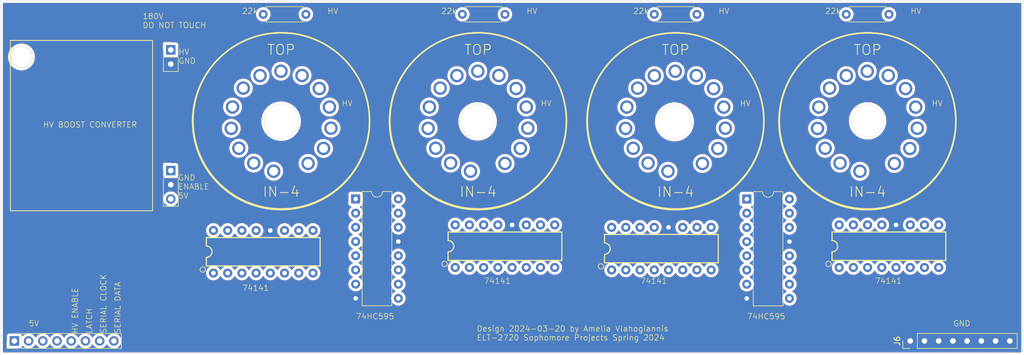
<source format=kicad_pcb>
(kicad_pcb (version 20221018) (generator pcbnew)
  (layers (0 "F.Cu" signal) (31 "B.Cu" signal) (34 "B.Paste" user) (35 "F.Paste" user) (36 "B.SilkS" user "B.Silkscreen") (37 "F.SilkS" user "F.Silkscreen") (38 "B.Mask" user) (39 "F.Mask" user) (44 "Edge.Cuts" user))
  (net 0 "")
  (net 1 "HV")
  (net 2 "GND")
  (net 3 "HV_ENABLE_B2")
  (net 4 "5V_B2")
  (net 5 "LATCH_B2")
  (net 6 "SERCLK_B2")
  (net 7 "DATA_B2")
  (net 8 "Net-(M1-0)")
  (net 9 "Net-(M1-1)")
  (net 10 "Net-(M1-5)")
  (net 11 "Net-(M1-4)")
  (net 12 "Net-(M1-6)")
  (net 13 "Net-(M1-7)")
  (net 14 "Net-(M1-3)")
  (net 15 "Net-(M1-2)")
  (net 16 "Net-(M1-C)")
  (net 17 "Net-(M1-B)")
  (net 18 "Net-(M1-D)")
  (net 19 "Net-(M1-A)")
  (net 20 "Net-(M1-9)")
  (net 21 "Net-(M1-8)")
  (net 22 "Net-(M2-0)")
  (net 23 "Net-(M2-1)")
  (net 24 "Net-(M2-5)")
  (net 25 "Net-(M2-4)")
  (net 26 "Net-(M2-6)")
  (net 27 "Net-(M2-7)")
  (net 28 "Net-(M2-3)")
  (net 29 "Net-(M2-2)")
  (net 30 "Net-(M2-C)")
  (net 31 "Net-(M2-B)")
  (net 32 "Net-(M2-D)")
  (net 33 "Net-(M2-A)")
  (net 34 "Net-(M2-9)")
  (net 35 "Net-(M2-8)")
  (net 36 "Net-(M3-0)")
  (net 37 "Net-(M3-1)")
  (net 38 "Net-(M3-5)")
  (net 39 "Net-(M3-4)")
  (net 40 "Net-(M3-6)")
  (net 41 "Net-(M3-7)")
  (net 42 "Net-(M3-3)")
  (net 43 "Net-(M3-2)")
  (net 44 "Net-(M3-C)")
  (net 45 "Net-(M3-B)")
  (net 46 "Net-(M3-D)")
  (net 47 "Net-(M3-A)")
  (net 48 "Net-(M3-9)")
  (net 49 "Net-(M3-8)")
  (net 50 "Net-(M4-0)")
  (net 51 "Net-(M4-1)")
  (net 52 "Net-(M4-5)")
  (net 53 "Net-(M4-4)")
  (net 54 "Net-(M4-6)")
  (net 55 "Net-(M4-7)")
  (net 56 "Net-(M4-3)")
  (net 57 "Net-(M4-2)")
  (net 58 "Net-(M4-C)")
  (net 59 "Net-(M4-B)")
  (net 60 "Net-(M4-D)")
  (net 61 "Net-(M4-A)")
  (net 62 "Net-(M4-9)")
  (net 63 "Net-(M4-8)")
  (net 64 "Net-(N1-A)")
  (net 65 "Net-(N2-A)")
  (net 66 "Net-(N3-A)")
  (net 67 "Net-(N4-A)")
  (net 68 "Net-(U1-QH')")
  (footprint "Connector_PinHeader_2.54mm:PinHeader_1x08_P2.54mm_Vertical" (layer "F.Cu") (at 49.53 107.95 90)
    (fp_text reference "J4" hide)
    (fp_text value "Conn_01x08" hide)
    (fp_line (start -1.33 -1.33) (end 0 -1.33) (stroke (width 0.12)) (layer "F.SilkS"))
    (fp_line (start -1.33 0) (end -1.33 -1.33) (stroke (width 0.12)) (layer "F.SilkS"))
    (fp_line (start -1.33 1.27) (end -1.33 19.11) (stroke (width 0.12)) (layer "F.SilkS"))
    (fp_line (start -1.33 1.27) (end 1.33 1.27) (stroke (width 0.12)) (layer "F.SilkS"))
    (fp_line (start -1.33 19.11) (end 1.33 19.11) (stroke (width 0.12)) (layer "F.SilkS"))
    (fp_line (start 1.33 1.27) (end 1.33 19.11) (stroke (width 0.12)) (layer "F.SilkS"))
    (pad "1" thru_hole rect (at 0 0 90) (size 1.7 1.7) (drill 1) (layers "*.Cu" "*.Mask") (net 4 "5V_B2"))
    (pad "2" thru_hole oval (at 0 2.54 90) (size 1.7 1.7) (drill 1) (layers "*.Cu" "*.Mask") (net 4 "5V_B2"))
    (pad "3" thru_hole oval (at 0 5.08 90) (size 1.7 1.7) (drill 1) (layers "*.Cu" "*.Mask") (net 4 "5V_B2"))
    (pad "4" thru_hole oval (at 0 7.62 90) (size 1.7 1.7) (drill 1) (layers "*.Cu" "*.Mask") (net 4 "5V_B2"))
    (pad "5" thru_hole oval (at 0 10.16 90) (size 1.7 1.7) (drill 1) (layers "*.Cu" "*.Mask") (net 3 "HV_ENABLE_B2"))
    (pad "6" thru_hole oval (at 0 12.7 90) (size 1.7 1.7) (drill 1) (layers "*.Cu" "*.Mask") (net 5 "LATCH_B2"))
    (pad "7" thru_hole oval (at 0 15.24 90) (size 1.7 1.7) (drill 1) (layers "*.Cu" "*.Mask") (net 6 "SERCLK_B2"))
    (pad "8" thru_hole oval (at 0 17.78 90) (size 1.7 1.7) (drill 1) (layers "*.Cu" "*.Mask") (net 7 "DATA_B2"))
  )
  (footprint "nixies-us:nixies-us-IN-4-DSUB" (layer "F.Cu") (at 97.2055 68.5698)
    (fp_text reference "N1" hide)
    (fp_text value "IN-4" (at 0 12.7) (layer "F.SilkS") (effects (font (size 1.778 1.778) (thickness 0.1524))))
    (fp_text user "TOP" (at 0 -12.7) (layer "F.SilkS") (effects (font (size 1.778 1.778) (thickness 0.1524))))
    (fp_circle (center -0.03302 0.08636) (end -0.03302 -15.73022) (stroke (width 0.254)) (fill none) (layer "F.SilkS"))
    (fp_circle (center 0 0) (end 0 -15.75308) (stroke (width 0.254)) (fill none) (layer "F.SilkS"))
    (pad "" np_thru_hole circle (at -0.03302 0.08636) (size 4.99872 4.99872) (drill 4.99872) (layers "*.Cu" "*.Mask"))
    (pad "0" thru_hole circle (at -3.79222 -8.08228) (size 2.39776 2.39776) (drill 1.59766) (layers "*.Cu" "*.Mask") (net 8 "Net-(M1-0)"))
    (pad "1" thru_hole circle (at -1.36144 9.02462) (size 2.39776 2.39776) (drill 1.59766) (layers "*.Cu" "*.Mask") (net 9 "Net-(M1-1)"))
    (pad "2" thru_hole circle (at -6.7818 -5.84708) (size 2.39776 2.39776) (drill 1.59766) (layers "*.Cu" "*.Mask") (net 15 "Net-(M1-2)"))
    (pad "3" thru_hole circle (at -8.93572 1.35128) (size 2.39776 2.39776) (drill 1.59766) (layers "*.Cu" "*.Mask") (net 14 "Net-(M1-3)"))
    (pad "4" thru_hole circle (at 4.79298 7.63016) (size 2.39776 2.39776) (drill 1.59766) (layers "*.Cu" "*.Mask") (net 11 "Net-(M1-4)"))
    (pad "5" thru_hole circle (at -7.57682 4.91236) (size 2.39776 2.39776) (drill 1.59766) (layers "*.Cu" "*.Mask") (net 10 "Net-(M1-5)"))
    (pad "6" thru_hole circle (at 7.54634 4.94284) (size 2.39776 2.39776) (drill 1.59766) (layers "*.Cu" "*.Mask") (net 12 "Net-(M1-6)"))
    (pad "7" thru_hole circle (at 3.70586 -8.10006) (size 2.39776 2.39776) (drill 1.59766) (layers "*.Cu" "*.Mask") (net 13 "Net-(M1-7)"))
    (pad "8" thru_hole circle (at 8.8773 1.3208) (size 2.39776 2.39776) (drill 1.59766) (layers "*.Cu" "*.Mask") (net 21 "Net-(M1-8)"))
    (pad "9" thru_hole circle (at 6.78688 -5.77596) (size 2.39776 2.39776) (drill 1.59766) (layers "*.Cu" "*.Mask") (net 20 "Net-(M1-9)"))
    (pad "A1" thru_hole circle (at -4.91744 7.5692) (size 2.39776 2.39776) (drill 1.59766) (layers "*.Cu" "*.Mask"))
    (pad "A2" thru_hole circle (at -8.70712 -2.46634) (size 2.39776 2.39776) (drill 1.59766) (layers "*.Cu" "*.Mask"))
    (pad "A3" thru_hole circle (at 8.60044 -2.45364) (size 2.39776 2.39776) (drill 1.59766) (layers "*.Cu" "*.Mask") (net 64 "Net-(N1-A)"))
    (pad "N/C" thru_hole circle (at -0.06096 -8.86714) (size 2.39776 2.39776) (drill 1.59766) (layers "*.Cu" "*.Mask"))
  )
  (footprint "Package_DIP:DIP-16_W7.62mm" (layer "F.Cu") (at 110.49 82.55)
    (fp_text reference "U1" hide)
    (fp_text value "74HC595")
    (fp_line (start 1.16 -1.33) (end 1.16 19.11) (stroke (width 0.12)) (layer "F.SilkS"))
    (fp_line (start 1.16 19.11) (end 6.46 19.11) (stroke (width 0.12)) (layer "F.SilkS"))
    (fp_line (start 2.81 -1.33) (end 1.16 -1.33) (stroke (width 0.12)) (layer "F.SilkS"))
    (fp_line (start 6.46 -1.33) (end 4.81 -1.33) (stroke (width 0.12)) (layer "F.SilkS"))
    (fp_line (start 6.46 19.11) (end 6.46 -1.33) (stroke (width 0.12)) (layer "F.SilkS"))
    (fp_arc (start 4.81 -1.33) (mid 3.81 -0.33) (end 2.81 -1.33) (stroke (width 0.12)) (layer "F.SilkS"))
    (pad "1" thru_hole rect (at 0 0) (size 1.6 1.6) (drill 0.8) (layers "*.Cu" "*.Mask") (net 16 "Net-(M1-C)"))
    (pad "2" thru_hole oval (at 0 2.54) (size 1.6 1.6) (drill 0.8) (layers "*.Cu" "*.Mask") (net 17 "Net-(M1-B)"))
    (pad "3" thru_hole oval (at 0 5.08) (size 1.6 1.6) (drill 0.8) (layers "*.Cu" "*.Mask") (net 19 "Net-(M1-A)"))
    (pad "4" thru_hole oval (at 0 7.62) (size 1.6 1.6) (drill 0.8) (layers "*.Cu" "*.Mask") (net 32 "Net-(M2-D)"))
    (pad "5" thru_hole oval (at 0 10.16) (size 1.6 1.6) (drill 0.8) (layers "*.Cu" "*.Mask") (net 30 "Net-(M2-C)"))
    (pad "6" thru_hole oval (at 0 12.7) (size 1.6 1.6) (drill 0.8) (layers "*.Cu" "*.Mask") (net 31 "Net-(M2-B)"))
    (pad "7" thru_hole oval (at 0 15.24) (size 1.6 1.6) (drill 0.8) (layers "*.Cu" "*.Mask") (net 33 "Net-(M2-A)"))
    (pad "8" thru_hole oval (at 0 17.78) (size 1.6 1.6) (drill 0.8) (layers "*.Cu" "*.Mask") (net 2 "GND"))
    (pad "9" thru_hole oval (at 7.62 17.78) (size 1.6 1.6) (drill 0.8) (layers "*.Cu" "*.Mask") (net 68 "Net-(U1-QH')"))
    (pad "10" thru_hole oval (at 7.62 15.24) (size 1.6 1.6) (drill 0.8) (layers "*.Cu" "*.Mask") (net 4 "5V_B2"))
    (pad "11" thru_hole oval (at 7.62 12.7) (size 1.6 1.6) (drill 0.8) (layers "*.Cu" "*.Mask") (net 6 "SERCLK_B2"))
    (pad "12" thru_hole oval (at 7.62 10.16) (size 1.6 1.6) (drill 0.8) (layers "*.Cu" "*.Mask") (net 5 "LATCH_B2"))
    (pad "13" thru_hole oval (at 7.62 7.62) (size 1.6 1.6) (drill 0.8) (layers "*.Cu" "*.Mask") (net 2 "GND"))
    (pad "14" thru_hole oval (at 7.62 5.08) (size 1.6 1.6) (drill 0.8) (layers "*.Cu" "*.Mask") (net 7 "DATA_B2"))
    (pad "15" thru_hole oval (at 7.62 2.54) (size 1.6 1.6) (drill 0.8) (layers "*.Cu" "*.Mask") (net 18 "Net-(M1-D)"))
    (pad "16" thru_hole oval (at 7.62 0) (size 1.6 1.6) (drill 0.8) (layers "*.Cu" "*.Mask") (net 4 "5V_B2"))
  )
  (footprint "Resistor_THT:R_Axial_DIN0207_L6.3mm_D2.5mm_P7.62mm_Horizontal" (layer "F.Cu") (at 93.98 49.53)
    (fp_text reference "R1" hide)
    (fp_text value "22k")
    (fp_line (start 0.54 -1.37) (end 7.08 -1.37) (stroke (width 0.12)) (layer "F.SilkS"))
    (fp_line (start 0.54 -1.04) (end 0.54 -1.37) (stroke (width 0.12)) (layer "F.SilkS"))
    (fp_line (start 0.54 1.04) (end 0.54 1.37) (stroke (width 0.12)) (layer "F.SilkS"))
    (fp_line (start 0.54 1.37) (end 7.08 1.37) (stroke (width 0.12)) (layer "F.SilkS"))
    (fp_line (start 7.08 -1.37) (end 7.08 -1.04) (stroke (width 0.12)) (layer "F.SilkS"))
    (fp_line (start 7.08 1.37) (end 7.08 1.04) (stroke (width 0.12)) (layer "F.SilkS"))
    (pad "1" thru_hole circle (at 0 0) (size 1.6 1.6) (drill 0.8) (layers "*.Cu" "*.Mask") (net 1 "HV"))
    (pad "2" thru_hole oval (at 7.62 0) (size 1.6 1.6) (drill 0.8) (layers "*.Cu" "*.Mask") (net 64 "Net-(N1-A)"))
  )
  (footprint "nixiemisc:nixiemisc-DIP16" (layer "F.Cu") (at 93.98 92)
    (fp_text reference "M1" hide)
    (fp_text value "74141DIP16" hide)
    (fp_line (start -10.16 -2.54) (end -10.16 -1.016) (stroke (width 0.2032)) (layer "F.SilkS"))
    (fp_line (start -10.16 2.54) (end -10.16 1.016) (stroke (width 0.2032)) (layer "F.SilkS"))
    (fp_line (start -10.16 2.54) (end 10.16 2.54) (stroke (width 0.2032)) (layer "F.SilkS"))
    (fp_line (start 10.16 -2.54) (end -10.16 -2.54) (stroke (width 0.2032)) (layer "F.SilkS"))
    (fp_line (start 10.16 -2.54) (end 10.16 2.54) (stroke (width 0.2032)) (layer "F.SilkS"))
    (fp_arc (start -10.16 -1.016) (mid -9.144 0) (end -10.16 1.016) (stroke (width 0.2032)) (layer "F.SilkS"))
    (fp_poly (pts (xy -11.26998 3.175) (xy -11.25728 3.06832) (xy -11.22172 2.96672) (xy -11.16584 2.87782) (xy -11.08964 2.80162) (xy -11.00074 2.74574) (xy -10.89914 2.71018) (xy -10.795 2.69748) (xy -10.68832 2.71018) (xy -10.58672 2.74574) (xy -10.49782 2.80162) (xy -10.42162 2.87782) (xy -10.36574 2.96672) (xy -10.33018 3.06832) (xy -10.31748 3.175) (xy -10.33018 3.27914) (xy -10.36574 3.38074) (xy -10.42162 3.46964) (xy -10.49782 3.54584) (xy -10.58672 3.60172) (xy -10.68832 3.63728) (xy -10.795 3.64998) (xy -10.89914 3.63728) (xy -11.00074 3.60172) (xy -11.08964 3.54584) (xy -11.16584 3.46964) (xy -11.22172 3.38074) (xy -11.25728 3.27914) (xy -11.26998 3.175)) (stroke (width 0.127)) (fill none) (layer "F.SilkS"))
    (pad "1" thru_hole circle (at -8.89 3.81) (size 1.6256 1.6256) (drill 0.8128) (layers "*.Cu" "*.Mask") (net 21 "Net-(M1-8)"))
    (pad "2" thru_hole circle (at -6.35 3.81) (size 1.6256 1.6256) (drill 0.8128) (layers "*.Cu" "*.Mask") (net 20 "Net-(M1-9)"))
    (pad "3" thru_hole circle (at -3.81 3.81) (size 1.6256 1.6256) (drill 0.8128) (layers "*.Cu" "*.Mask") (net 19 "Net-(M1-A)"))
    (pad "4" thru_hole circle (at -1.27 3.81) (size 1.6256 1.6256) (drill 0.8128) (layers "*.Cu" "*.Mask") (net 18 "Net-(M1-D)"))
    (pad "5" thru_hole circle (at 1.27 3.81) (size 1.6256 1.6256) (drill 0.8128) (layers "*.Cu" "*.Mask") (net 4 "5V_B2"))
    (pad "6" thru_hole circle (at 3.81 3.81) (size 1.6256 1.6256) (drill 0.8128) (layers "*.Cu" "*.Mask") (net 17 "Net-(M1-B)"))
    (pad "7" thru_hole circle (at 6.35 3.81) (size 1.6256 1.6256) (drill 0.8128) (layers "*.Cu" "*.Mask") (net 16 "Net-(M1-C)"))
    (pad "8" thru_hole circle (at 8.89 3.81) (size 1.6256 1.6256) (drill 0.8128) (layers "*.Cu" "*.Mask") (net 15 "Net-(M1-2)"))
    (pad "9" thru_hole circle (at 8.89 -3.81) (size 1.6256 1.6256) (drill 0.8128) (layers "*.Cu" "*.Mask") (net 14 "Net-(M1-3)"))
    (pad "10" thru_hole circle (at 6.35 -3.81) (size 1.6256 1.6256) (drill 0.8128) (layers "*.Cu" "*.Mask") (net 13 "Net-(M1-7)"))
    (pad "11" thru_hole circle (at 3.81 -3.81) (size 1.6256 1.6256) (drill 0.8128) (layers "*.Cu" "*.Mask") (net 12 "Net-(M1-6)"))
    (pad "12" thru_hole circle (at 1.27 -3.81) (size 1.6256 1.6256) (drill 0.8128) (layers "*.Cu" "*.Mask") (net 2 "GND"))
    (pad "13" thru_hole circle (at -1.27 -3.81) (size 1.6256 1.6256) (drill 0.8128) (layers "*.Cu" "*.Mask") (net 11 "Net-(M1-4)"))
    (pad "14" thru_hole circle (at -3.81 -3.81) (size 1.6256 1.6256) (drill 0.8128) (layers "*.Cu" "*.Mask") (net 10 "Net-(M1-5)"))
    (pad "15" thru_hole circle (at -6.35 -3.81) (size 1.6256 1.6256) (drill 0.8128) (layers "*.Cu" "*.Mask") (net 9 "Net-(M1-1)"))
    (pad "16" thru_hole circle (at -8.89 -3.81) (size 1.6256 1.6256) (drill 0.8128) (layers "*.Cu" "*.Mask") (net 8 "Net-(M1-0)"))
  )
  (footprint "nixiemisc:nixiemisc-DIP16" (layer "F.Cu") (at 165.1 91.44)
    (fp_text reference "M3" hide)
    (fp_text value "74141DIP16" hide)
    (fp_line (start -10.16 -2.54) (end -10.16 -1.016) (stroke (width 0.2032)) (layer "F.SilkS"))
    (fp_line (start -10.16 2.54) (end -10.16 1.016) (stroke (width 0.2032)) (layer "F.SilkS"))
    (fp_line (start -10.16 2.54) (end 10.16 2.54) (stroke (width 0.2032)) (layer "F.SilkS"))
    (fp_line (start 10.16 -2.54) (end -10.16 -2.54) (stroke (width 0.2032)) (layer "F.SilkS"))
    (fp_line (start 10.16 -2.54) (end 10.16 2.54) (stroke (width 0.2032)) (layer "F.SilkS"))
    (fp_arc (start -10.16 -1.016) (mid -9.144 0) (end -10.16 1.016) (stroke (width 0.2032)) (layer "F.SilkS"))
    (fp_poly (pts (xy -11.26998 3.175) (xy -11.25728 3.06832) (xy -11.22172 2.96672) (xy -11.16584 2.87782) (xy -11.08964 2.80162) (xy -11.00074 2.74574) (xy -10.89914 2.71018) (xy -10.795 2.69748) (xy -10.68832 2.71018) (xy -10.58672 2.74574) (xy -10.49782 2.80162) (xy -10.42162 2.87782) (xy -10.36574 2.96672) (xy -10.33018 3.06832) (xy -10.31748 3.175) (xy -10.33018 3.27914) (xy -10.36574 3.38074) (xy -10.42162 3.46964) (xy -10.49782 3.54584) (xy -10.58672 3.60172) (xy -10.68832 3.63728) (xy -10.795 3.64998) (xy -10.89914 3.63728) (xy -11.00074 3.60172) (xy -11.08964 3.54584) (xy -11.16584 3.46964) (xy -11.22172 3.38074) (xy -11.25728 3.27914) (xy -11.26998 3.175)) (stroke (width 0.127)) (fill none) (layer "F.SilkS"))
    (pad "1" thru_hole circle (at -8.89 3.81) (size 1.6256 1.6256) (drill 0.8128) (layers "*.Cu" "*.Mask") (net 49 "Net-(M3-8)"))
    (pad "2" thru_hole circle (at -6.35 3.81) (size 1.6256 1.6256) (drill 0.8128) (layers "*.Cu" "*.Mask") (net 48 "Net-(M3-9)"))
    (pad "3" thru_hole circle (at -3.81 3.81) (size 1.6256 1.6256) (drill 0.8128) (layers "*.Cu" "*.Mask") (net 47 "Net-(M3-A)"))
    (pad "4" thru_hole circle (at -1.27 3.81) (size 1.6256 1.6256) (drill 0.8128) (layers "*.Cu" "*.Mask") (net 46 "Net-(M3-D)"))
    (pad "5" thru_hole circle (at 1.27 3.81) (size 1.6256 1.6256) (drill 0.8128) (layers "*.Cu" "*.Mask") (net 4 "5V_B2"))
    (pad "6" thru_hole circle (at 3.81 3.81) (size 1.6256 1.6256) (drill 0.8128) (layers "*.Cu" "*.Mask") (net 45 "Net-(M3-B)"))
    (pad "7" thru_hole circle (at 6.35 3.81) (size 1.6256 1.6256) (drill 0.8128) (layers "*.Cu" "*.Mask") (net 44 "Net-(M3-C)"))
    (pad "8" thru_hole circle (at 8.89 3.81) (size 1.6256 1.6256) (drill 0.8128) (layers "*.Cu" "*.Mask") (net 43 "Net-(M3-2)"))
    (pad "9" thru_hole circle (at 8.89 -3.81) (size 1.6256 1.6256) (drill 0.8128) (layers "*.Cu" "*.Mask") (net 42 "Net-(M3-3)"))
    (pad "10" thru_hole circle (at 6.35 -3.81) (size 1.6256 1.6256) (drill 0.8128) (layers "*.Cu" "*.Mask") (net 41 "Net-(M3-7)"))
    (pad "11" thru_hole circle (at 3.81 -3.81) (size 1.6256 1.6256) (drill 0.8128) (layers "*.Cu" "*.Mask") (net 40 "Net-(M3-6)"))
    (pad "12" thru_hole circle (at 1.27 -3.81) (size 1.6256 1.6256) (drill 0.8128) (layers "*.Cu" "*.Mask") (net 2 "GND"))
    (pad "13" thru_hole circle (at -1.27 -3.81) (size 1.6256 1.6256) (drill 0.8128) (layers "*.Cu" "*.Mask") (net 39 "Net-(M3-4)"))
    (pad "14" thru_hole circle (at -3.81 -3.81) (size 1.6256 1.6256) (drill 0.8128) (layers "*.Cu" "*.Mask") (net 38 "Net-(M3-5)"))
    (pad "15" thru_hole circle (at -6.35 -3.81) (size 1.6256 1.6256) (drill 0.8128) (layers "*.Cu" "*.Mask") (net 37 "Net-(M3-1)"))
    (pad "16" thru_hole circle (at -8.89 -3.81) (size 1.6256 1.6256) (drill 0.8128) (layers "*.Cu" "*.Mask") (net 36 "Net-(M3-0)"))
  )
  (footprint "nixies-us:nixies-us-IN-4-DSUB" (layer "F.Cu") (at 201.93 68.58)
    (fp_text reference "N4" hide)
    (fp_text value "IN-4" (at 0 12.7) (layer "F.SilkS") (effects (font (size 1.778 1.778) (thickness 0.1524))))
    (fp_text user "TOP" (at 0 -12.7) (layer "F.SilkS") (effects (font (size 1.778 1.778) (thickness 0.1524))))
    (fp_circle (center -0.03302 0.08636) (end -0.03302 -15.73022) (stroke (width 0.254)) (fill none) (layer "F.SilkS"))
    (fp_circle (center 0 0) (end 0 -15.75308) (stroke (width 0.254)) (fill none) (layer "F.SilkS"))
    (pad "" np_thru_hole circle (at -0.03302 0.08636) (size 4.99872 4.99872) (drill 4.99872) (layers "*.Cu" "*.Mask"))
    (pad "0" thru_hole circle (at -3.79222 -8.08228) (size 2.39776 2.39776) (drill 1.59766) (layers "*.Cu" "*.Mask") (net 50 "Net-(M4-0)"))
    (pad "1" thru_hole circle (at -1.36144 9.02462) (size 2.39776 2.39776) (drill 1.59766) (layers "*.Cu" "*.Mask") (net 51 "Net-(M4-1)"))
    (pad "2" thru_hole circle (at -6.7818 -5.84708) (size 2.39776 2.39776) (drill 1.59766) (layers "*.Cu" "*.Mask") (net 57 "Net-(M4-2)"))
    (pad "3" thru_hole circle (at -8.93572 1.35128) (size 2.39776 2.39776) (drill 1.59766) (layers "*.Cu" "*.Mask") (net 56 "Net-(M4-3)"))
    (pad "4" thru_hole circle (at 4.79298 7.63016) (size 2.39776 2.39776) (drill 1.59766) (layers "*.Cu" "*.Mask") (net 53 "Net-(M4-4)"))
    (pad "5" thru_hole circle (at -7.57682 4.91236) (size 2.39776 2.39776) (drill 1.59766) (layers "*.Cu" "*.Mask") (net 52 "Net-(M4-5)"))
    (pad "6" thru_hole circle (at 7.54634 4.94284) (size 2.39776 2.39776) (drill 1.59766) (layers "*.Cu" "*.Mask") (net 54 "Net-(M4-6)"))
    (pad "7" thru_hole circle (at 3.70586 -8.10006) (size 2.39776 2.39776) (drill 1.59766) (layers "*.Cu" "*.Mask") (net 55 "Net-(M4-7)"))
    (pad "8" thru_hole circle (at 8.8773 1.3208) (size 2.39776 2.39776) (drill 1.59766) (layers "*.Cu" "*.Mask") (net 63 "Net-(M4-8)"))
    (pad "9" thru_hole circle (at 6.78688 -5.77596) (size 2.39776 2.39776) (drill 1.59766) (layers "*.Cu" "*.Mask") (net 62 "Net-(M4-9)"))
    (pad "A1" thru_hole circle (at -4.91744 7.5692) (size 2.39776 2.39776) (drill 1.59766) (layers "*.Cu" "*.Mask"))
    (pad "A2" thru_hole circle (at -8.70712 -2.46634) (size 2.39776 2.39776) (drill 1.59766) (layers "*.Cu" "*.Mask"))
    (pad "A3" thru_hole circle (at 8.60044 -2.45364) (size 2.39776 2.39776) (drill 1.59766) (layers "*.Cu" "*.Mask") (net 67 "Net-(N4-A)"))
    (pad "N/C" thru_hole circle (at -0.06096 -8.86714) (size 2.39776 2.39776) (drill 1.59766) (layers "*.Cu" "*.Mask"))
  )
  (footprint "Resistor_THT:R_Axial_DIN0207_L6.3mm_D2.5mm_P7.62mm_Horizontal" (layer "F.Cu") (at 163.83 49.53)
    (fp_text reference "R3" hide)
    (fp_text value "22k")
    (fp_line (start 0.54 -1.37) (end 7.08 -1.37) (stroke (width 0.12)) (layer "F.SilkS"))
    (fp_line (start 0.54 -1.04) (end 0.54 -1.37) (stroke (width 0.12)) (layer "F.SilkS"))
    (fp_line (start 0.54 1.04) (end 0.54 1.37) (stroke (width 0.12)) (layer "F.SilkS"))
    (fp_line (start 0.54 1.37) (end 7.08 1.37) (stroke (width 0.12)) (layer "F.SilkS"))
    (fp_line (start 7.08 -1.37) (end 7.08 -1.04) (stroke (width 0.12)) (layer "F.SilkS"))
    (fp_line (start 7.08 1.37) (end 7.08 1.04) (stroke (width 0.12)) (layer "F.SilkS"))
    (pad "1" thru_hole circle (at 0 0) (size 1.6 1.6) (drill 0.8) (layers "*.Cu" "*.Mask") (net 1 "HV"))
    (pad "2" thru_hole oval (at 7.62 0) (size 1.6 1.6) (drill 0.8) (layers "*.Cu" "*.Mask") (net 66 "Net-(N3-A)"))
  )
  (footprint "Connector_PinHeader_2.54mm:PinHeader_1x08_P2.54mm_Vertical" (layer "F.Cu") (at 209.55 107.95 90)
    (fp_text reference "J6" (at 0 -2.33 90) (layer "F.SilkS"))
    (fp_text value "Conn_01x08" hide)
    (fp_line (start -1.33 -1.33) (end 0 -1.33) (stroke (width 0.12)) (layer "F.SilkS"))
    (fp_line (start -1.33 0) (end -1.33 -1.33) (stroke (width 0.12)) (layer "F.SilkS"))
    (fp_line (start -1.33 1.27) (end -1.33 19.11) (stroke (width 0.12)) (layer "F.SilkS"))
    (fp_line (start -1.33 1.27) (end 1.33 1.27) (stroke (width 0.12)) (layer "F.SilkS"))
    (fp_line (start -1.33 19.11) (end 1.33 19.11) (stroke (width 0.12)) (layer "F.SilkS"))
    (fp_line (start 1.33 1.27) (end 1.33 19.11) (stroke (width 0.12)) (layer "F.SilkS"))
    (pad "1" thru_hole rect (at 0 0 90) (size 1.7 1.7) (drill 1) (layers "*.Cu" "*.Mask") (net 2 "GND"))
    (pad "2" thru_hole oval (at 0 2.54 90) (size 1.7 1.7) (drill 1) (layers "*.Cu" "*.Mask") (net 2 "GND"))
    (pad "3" thru_hole oval (at 0 5.08 90) (size 1.7 1.7) (drill 1) (layers "*.Cu" "*.Mask") (net 2 "GND"))
    (pad "4" thru_hole oval (at 0 7.62 90) (size 1.7 1.7) (drill 1) (layers "*.Cu" "*.Mask") (net 2 "GND"))
    (pad "5" thru_hole oval (at 0 10.16 90) (size 1.7 1.7) (drill 1) (layers "*.Cu" "*.Mask") (net 2 "GND"))
    (pad "6" thru_hole oval (at 0 12.7 90) (size 1.7 1.7) (drill 1) (layers "*.Cu" "*.Mask") (net 2 "GND"))
    (pad "7" thru_hole oval (at 0 15.24 90) (size 1.7 1.7) (drill 1) (layers "*.Cu" "*.Mask") (net 2 "GND"))
    (pad "8" thru_hole oval (at 0 17.78 90) (size 1.7 1.7) (drill 1) (layers "*.Cu" "*.Mask") (net 2 "GND"))
  )
  (footprint "nixies-us:nixies-us-IN-4-DSUB" (layer "F.Cu") (at 167.64 68.58)
    (fp_text reference "N3" hide)
    (fp_text value "IN-4" (at 0 12.7) (layer "F.SilkS") (effects (font (size 1.778 1.778) (thickness 0.1524))))
    (fp_text user "TOP" (at 0 -12.7) (layer "F.SilkS") (effects (font (size 1.778 1.778) (thickness 0.1524))))
    (fp_circle (center -0.03302 0.08636) (end -0.03302 -15.73022) (stroke (width 0.254)) (fill none) (layer "F.SilkS"))
    (fp_circle (center 0 0) (end 0 -15.75308) (stroke (width 0.254)) (fill none) (layer "F.SilkS"))
    (pad "" np_thru_hole circle (at -0.03302 0.08636) (size 4.99872 4.99872) (drill 4.99872) (layers "*.Cu" "*.Mask"))
    (pad "0" thru_hole circle (at -3.79222 -8.08228) (size 2.39776 2.39776) (drill 1.59766) (layers "*.Cu" "*.Mask") (net 36 "Net-(M3-0)"))
    (pad "1" thru_hole circle (at -1.36144 9.02462) (size 2.39776 2.39776) (drill 1.59766) (layers "*.Cu" "*.Mask") (net 37 "Net-(M3-1)"))
    (pad "2" thru_hole circle (at -6.7818 -5.84708) (size 2.39776 2.39776) (drill 1.59766) (layers "*.Cu" "*.Mask") (net 43 "Net-(M3-2)"))
    (pad "3" thru_hole circle (at -8.93572 1.35128) (size 2.39776 2.39776) (drill 1.59766) (layers "*.Cu" "*.Mask") (net 42 "Net-(M3-3)"))
    (pad "4" thru_hole circle (at 4.79298 7.63016) (size 2.39776 2.39776) (drill 1.59766) (layers "*.Cu" "*.Mask") (net 39 "Net-(M3-4)"))
    (pad "5" thru_hole circle (at -7.57682 4.91236) (size 2.39776 2.39776) (drill 1.59766) (layers "*.Cu" "*.Mask") (net 38 "Net-(M3-5)"))
    (pad "6" thru_hole circle (at 7.54634 4.94284) (size 2.39776 2.39776) (drill 1.59766) (layers "*.Cu" "*.Mask") (net 40 "Net-(M3-6)"))
    (pad "7" thru_hole circle (at 3.70586 -8.10006) (size 2.39776 2.39776) (drill 1.59766) (layers "*.Cu" "*.Mask") (net 41 "Net-(M3-7)"))
    (pad "8" thru_hole circle (at 8.8773 1.3208) (size 2.39776 2.39776) (drill 1.59766) (layers "*.Cu" "*.Mask") (net 49 "Net-(M3-8)"))
    (pad "9" thru_hole circle (at 6.78688 -5.77596) (size 2.39776 2.39776) (drill 1.59766) (layers "*.Cu" "*.Mask") (net 48 "Net-(M3-9)"))
    (pad "A1" thru_hole circle (at -4.91744 7.5692) (size 2.39776 2.39776) (drill 1.59766) (layers "*.Cu" "*.Mask"))
    (pad "A2" thru_hole circle (at -8.70712 -2.46634) (size 2.39776 2.39776) (drill 1.59766) (layers "*.Cu" "*.Mask"))
    (pad "A3" thru_hole circle (at 8.60044 -2.45364) (size 2.39776 2.39776) (drill 1.59766) (layers "*.Cu" "*.Mask") (net 66 "Net-(N3-A)"))
    (pad "N/C" thru_hole circle (at -0.06096 -8.86714) (size 2.39776 2.39776) (drill 1.59766) (layers "*.Cu" "*.Mask"))
  )
  (footprint "nixies-us:nixies-us-IN-4-DSUB" (layer "F.Cu") (at 132.3696 68.5698)
    (fp_text reference "N2" hide)
    (fp_text value "IN-4" (at 0 12.7) (layer "F.SilkS") (effects (font (size 1.778 1.778) (thickness 0.1524))))
    (fp_text user "TOP" (at 0 -12.7) (layer "F.SilkS") (effects (font (size 1.778 1.778) (thickness 0.1524))))
    (fp_circle (center -0.03302 0.08636) (end -0.03302 -15.73022) (stroke (width 0.254)) (fill none) (layer "F.SilkS"))
    (fp_circle (center 0 0) (end 0 -15.75308) (stroke (width 0.254)) (fill none) (layer "F.SilkS"))
    (pad "" np_thru_hole circle (at -0.03302 0.08636) (size 4.99872 4.99872) (drill 4.99872) (layers "*.Cu" "*.Mask"))
    (pad "0" thru_hole circle (at -3.79222 -8.08228) (size 2.39776 2.39776) (drill 1.59766) (layers "*.Cu" "*.Mask") (net 22 "Net-(M2-0)"))
    (pad "1" thru_hole circle (at -1.36144 9.02462) (size 2.39776 2.39776) (drill 1.59766) (layers "*.Cu" "*.Mask") (net 23 "Net-(M2-1)"))
    (pad "2" thru_hole circle (at -6.7818 -5.84708) (size 2.39776 2.39776) (drill 1.59766) (layers "*.Cu" "*.Mask") (net 29 "Net-(M2-2)"))
    (pad "3" thru_hole circle (at -8.93572 1.35128) (size 2.39776 2.39776) (drill 1.59766) (layers "*.Cu" "*.Mask") (net 28 "Net-(M2-3)"))
    (pad "4" thru_hole circle (at 4.79298 7.63016) (size 2.39776 2.39776) (drill 1.59766) (layers "*.Cu" "*.Mask") (net 25 "Net-(M2-4)"))
    (pad "5" thru_hole circle (at -7.57682 4.91236) (size 2.39776 2.39776) (drill 1.59766) (layers "*.Cu" "*.Mask") (net 24 "Net-(M2-5)"))
    (pad "6" thru_hole circle (at 7.54634 4.94284) (size 2.39776 2.39776) (drill 1.59766) (layers "*.Cu" "*.Mask") (net 26 "Net-(M2-6)"))
    (pad "7" thru_hole circle (at 3.70586 -8.10006) (size 2.39776 2.39776) (drill 1.59766) (layers "*.Cu" "*.Mask") (net 27 "Net-(M2-7)"))
    (pad "8" thru_hole circle (at 8.8773 1.3208) (size 2.39776 2.39776) (drill 1.59766) (layers "*.Cu" "*.Mask") (net 35 "Net-(M2-8)"))
    (pad "9" thru_hole circle (at 6.78688 -5.77596) (size 2.39776 2.39776) (drill 1.59766) (layers "*.Cu" "*.Mask") (net 34 "Net-(M2-9)"))
    (pad "A1" thru_hole circle (at -4.91744 7.5692) (size 2.39776 2.39776) (drill 1.59766) (layers "*.Cu" "*.Mask"))
    (pad "A2" thru_hole circle (at -8.70712 -2.46634) (size 2.39776 2.39776) (drill 1.59766) (layers "*.Cu" "*.Mask"))
    (pad "A3" thru_hole circle (at 8.60044 -2.45364) (size 2.39776 2.39776) (drill 1.59766) (layers "*.Cu" "*.Mask") (net 65 "Net-(N2-A)"))
    (pad "N/C" thru_hole circle (at -0.06096 -8.86714) (size 2.39776 2.39776) (drill 1.59766) (layers "*.Cu" "*.Mask"))
  )
  (footprint "nixiemisc:nixiemisc-DIP16" (layer "F.Cu") (at 137.16 91)
    (fp_text reference "M2" hide)
    (fp_text value "74141DIP16" hide)
    (fp_line (start -10.16 -2.54) (end -10.16 -1.016) (stroke (width 0.2032)) (layer "F.SilkS"))
    (fp_line (start -10.16 2.54) (end -10.16 1.016) (stroke (width 0.2032)) (layer "F.SilkS"))
    (fp_line (start -10.16 2.54) (end 10.16 2.54) (stroke (width 0.2032)) (layer "F.SilkS"))
    (fp_line (start 10.16 -2.54) (end -10.16 -2.54) (stroke (width 0.2032)) (layer "F.SilkS"))
    (fp_line (start 10.16 -2.54) (end 10.16 2.54) (stroke (width 0.2032)) (layer "F.SilkS"))
    (fp_arc (start -10.16 -1.016) (mid -9.144 0) (end -10.16 1.016) (stroke (width 0.2032)) (layer "F.SilkS"))
    (fp_poly (pts (xy -11.26998 3.175) (xy -11.25728 3.06832) (xy -11.22172 2.96672) (xy -11.16584 2.87782) (xy -11.08964 2.80162) (xy -11.00074 2.74574) (xy -10.89914 2.71018) (xy -10.795 2.69748) (xy -10.68832 2.71018) (xy -10.58672 2.74574) (xy -10.49782 2.80162) (xy -10.42162 2.87782) (xy -10.36574 2.96672) (xy -10.33018 3.06832) (xy -10.31748 3.175) (xy -10.33018 3.27914) (xy -10.36574 3.38074) (xy -10.42162 3.46964) (xy -10.49782 3.54584) (xy -10.58672 3.60172) (xy -10.68832 3.63728) (xy -10.795 3.64998) (xy -10.89914 3.63728) (xy -11.00074 3.60172) (xy -11.08964 3.54584) (xy -11.16584 3.46964) (xy -11.22172 3.38074) (xy -11.25728 3.27914) (xy -11.26998 3.175)) (stroke (width 0.127)) (fill none) (layer "F.SilkS"))
    (pad "1" thru_hole circle (at -8.89 3.81) (size 1.6256 1.6256) (drill 0.8128) (layers "*.Cu" "*.Mask") (net 35 "Net-(M2-8)"))
    (pad "2" thru_hole circle (at -6.35 3.81) (size 1.6256 1.6256) (drill 0.8128) (layers "*.Cu" "*.Mask") (net 34 "Net-(M2-9)"))
    (pad "3" thru_hole circle (at -3.81 3.81) (size 1.6256 1.6256) (drill 0.8128) (layers "*.Cu" "*.Mask") (net 33 "Net-(M2-A)"))
    (pad "4" thru_hole circle (at -1.27 3.81) (size 1.6256 1.6256) (drill 0.8128) (layers "*.Cu" "*.Mask") (net 32 "Net-(M2-D)"))
    (pad "5" thru_hole circle (at 1.27 3.81) (size 1.6256 1.6256) (drill 0.8128) (layers "*.Cu" "*.Mask") (net 4 "5V_B2"))
    (pad "6" thru_hole circle (at 3.81 3.81) (size 1.6256 1.6256) (drill 0.8128) (layers "*.Cu" "*.Mask") (net 31 "Net-(M2-B)"))
    (pad "7" thru_hole circle (at 6.35 3.81) (size 1.6256 1.6256) (drill 0.8128) (layers "*.Cu" "*.Mask") (net 30 "Net-(M2-C)"))
    (pad "8" thru_hole circle (at 8.89 3.81) (size 1.6256 1.6256) (drill 0.8128) (layers "*.Cu" "*.Mask") (net 29 "Net-(M2-2)"))
    (pad "9" thru_hole circle (at 8.89 -3.81) (size 1.6256 1.6256) (drill 0.8128) (layers "*.Cu" "*.Mask") (net 28 "Net-(M2-3)"))
    (pad "10" thru_hole circle (at 6.35 -3.81) (size 1.6256 1.6256) (drill 0.8128) (layers "*.Cu" "*.Mask") (net 27 "Net-(M2-7)"))
    (pad "11" thru_hole circle (at 3.81 -3.81) (size 1.6256 1.6256) (drill 0.8128) (layers "*.Cu" "*.Mask") (net 26 "Net-(M2-6)"))
    (pad "12" thru_hole circle (at 1.27 -3.81) (size 1.6256 1.6256) (drill 0.8128) (layers "*.Cu" "*.Mask") (net 2 "GND"))
    (pad "13" thru_hole circle (at -1.27 -3.81) (size 1.6256 1.6256) (drill 0.8128) (layers "*.Cu" "*.Mask") (net 25 "Net-(M2-4)"))
    (pad "14" thru_hole circle (at -3.81 -3.81) (size 1.6256 1.6256) (drill 0.8128) (layers "*.Cu" "*.Mask") (net 24 "Net-(M2-5)"))
    (pad "15" thru_hole circle (at -6.35 -3.81) (size 1.6256 1.6256) (drill 0.8128) (layers "*.Cu" "*.Mask") (net 23 "Net-(M2-1)"))
    (pad "16" thru_hole circle (at -8.89 -3.81) (size 1.6256 1.6256) (drill 0.8128) (layers "*.Cu" "*.Mask") (net 22 "Net-(M2-0)"))
  )
  (footprint "Package_DIP:DIP-16_W7.62mm" (layer "F.Cu") (at 180.35 82.565)
    (fp_text reference "U2" hide)
    (fp_text value "74HC595")
    (fp_line (start 1.16 -1.33) (end 1.16 19.11) (stroke (width 0.12)) (layer "F.SilkS"))
    (fp_line (start 1.16 19.11) (end 6.46 19.11) (stroke (width 0.12)) (layer "F.SilkS"))
    (fp_line (start 2.81 -1.33) (end 1.16 -1.33) (stroke (width 0.12)) (layer "F.SilkS"))
    (fp_line (start 6.46 -1.33) (end 4.81 -1.33) (stroke (width 0.12)) (layer "F.SilkS"))
    (fp_line (start 6.46 19.11) (end 6.46 -1.33) (stroke (width 0.12)) (layer "F.SilkS"))
    (fp_arc (start 4.81 -1.33) (mid 3.81 -0.33) (end 2.81 -1.33) (stroke (width 0.12)) (layer "F.SilkS"))
    (pad "1" thru_hole rect (at 0 0) (size 1.6 1.6) (drill 0.8) (layers "*.Cu" "*.Mask") (net 44 "Net-(M3-C)"))
    (pad "2" thru_hole oval (at 0 2.54) (size 1.6 1.6) (drill 0.8) (layers "*.Cu" "*.Mask") (net 45 "Net-(M3-B)"))
    (pad "3" thru_hole oval (at 0 5.08) (size 1.6 1.6) (drill 0.8) (layers "*.Cu" "*.Mask") (net 47 "Net-(M3-A)"))
    (pad "4" thru_hole oval (at 0 7.62) (size 1.6 1.6) (drill 0.8) (layers "*.Cu" "*.Mask") (net 60 "Net-(M4-D)"))
    (pad "5" thru_hole oval (at 0 10.16) (size 1.6 1.6) (drill 0.8) (layers "*.Cu" "*.Mask") (net 58 "Net-(M4-C)"))
    (pad "6" thru_hole oval (at 0 12.7) (size 1.6 1.6) (drill 0.8) (layers "*.Cu" "*.Mask") (net 59 "Net-(M4-B)"))
    (pad "7" thru_hole oval (at 0 15.24) (size 1.6 1.6) (drill 0.8) (layers "*.Cu" "*.Mask") (net 61 "Net-(M4-A)"))
    (pad "8" thru_hole oval (at 0 17.78) (size 1.6 1.6) (drill 0.8) (layers "*.Cu" "*.Mask") (net 2 "GND"))
    (pad "9" thru_hole oval (at 7.62 17.78) (size 1.6 1.6) (drill 0.8) (layers "*.Cu" "*.Mask"))
    (pad "10" thru_hole oval (at 7.62 15.24) (size 1.6 1.6) (drill 0.8) (layers "*.Cu" "*.Mask") (net 4 "5V_B2"))
    (pad "11" thru_hole oval (at 7.62 12.7) (size 1.6 1.6) (drill 0.8) (layers "*.Cu" "*.Mask") (net 6 "SERCLK_B2"))
    (pad "12" thru_hole oval (at 7.62 10.16) (size 1.6 1.6) (drill 0.8) (layers "*.Cu" "*.Mask") (net 5 "LATCH_B2"))
    (pad "13" thru_hole oval (at 7.62 7.62) (size 1.6 1.6) (drill 0.8) (layers "*.Cu" "*.Mask") (net 2 "GND"))
    (pad "14" thru_hole oval (at 7.62 5.08) (size 1.6 1.6) (drill 0.8) (layers "*.Cu" "*.Mask") (net 68 "Net-(U1-QH')"))
    (pad "15" thru_hole oval (at 7.62 2.54) (size 1.6 1.6) (drill 0.8) (layers "*.Cu" "*.Mask") (net 46 "Net-(M3-D)"))
    (pad "16" thru_hole oval (at 7.62 0) (size 1.6 1.6) (drill 0.8) (layers "*.Cu" "*.Mask") (net 4 "5V_B2"))
  )
  (footprint "Connector_PinHeader_2.54mm:PinHeader_1x03_P2.54mm_Vertical" (layer "F.Cu") (at 77.47 77.47)
    (fp_text reference "J2" hide)
    (fp_text value "Conn_01x03" hide)
    (fp_line (start -1.33 -1.33) (end 0 -1.33) (stroke (width 0.12)) (layer "F.SilkS"))
    (fp_line (start -1.33 0) (end -1.33 -1.33) (stroke (width 0.12)) (layer "F.SilkS"))
    (fp_line (start -1.33 1.27) (end -1.33 6.41) (stroke (width 0.12)) (layer "F.SilkS"))
    (fp_line (start -1.33 1.27) (end 1.33 1.27) (stroke (width 0.12)) (layer "F.SilkS"))
    (fp_line (start -1.33 6.41) (end 1.33 6.41) (stroke (width 0.12)) (layer "F.SilkS"))
    (fp_line (start 1.33 1.27) (end 1.33 6.41) (stroke (width 0.12)) (layer "F.SilkS"))
    (pad "1" thru_hole rect (at 0 0) (size 1.7 1.7) (drill 1) (layers "*.Cu" "*.Mask") (net 3 "HV_ENABLE_B2"))
    (pad "2" thru_hole oval (at 0 2.54) (size 1.7 1.7) (drill 1) (layers "*.Cu" "*.Mask") (net 2 "GND"))
    (pad "3" thru_hole oval (at 0 5.08) (size 1.7 1.7) (drill 1) (layers "*.Cu" "*.Mask") (net 4 "5V_B2"))
  )
  (footprint "Connector_PinHeader_2.54mm:PinHeader_1x02_P2.54mm_Vertical" (layer "F.Cu") (at 77.47 55.88)
    (fp_text reference "J1" hide)
    (fp_text value "Conn_01x02" hide)
    (fp_line (start -1.33 -1.33) (end 0 -1.33) (stroke (width 0.12)) (layer "F.SilkS"))
    (fp_line (start -1.33 0) (end -1.33 -1.33) (stroke (width 0.12)) (layer "F.SilkS"))
    (fp_line (start -1.33 1.27) (end -1.33 3.87) (stroke (width 0.12)) (layer "F.SilkS"))
    (fp_line (start -1.33 1.27) (end 1.33 1.27) (stroke (width 0.12)) (layer "F.SilkS"))
    (fp_line (start -1.33 3.87) (end 1.33 3.87) (stroke (width 0.12)) (layer "F.SilkS"))
    (fp_line (start 1.33 1.27) (end 1.33 3.87) (stroke (width 0.12)) (layer "F.SilkS"))
    (pad "1" thru_hole rect (at 0 0) (size 1.7 1.7) (drill 1) (layers "*.Cu" "*.Mask") (net 1 "HV"))
    (pad "2" thru_hole oval (at 0 2.54) (size 1.7 1.7) (drill 1) (layers "*.Cu" "*.Mask") (net 2 "GND"))
  )
  (footprint "Resistor_THT:R_Axial_DIN0207_L6.3mm_D2.5mm_P7.62mm_Horizontal" (layer "F.Cu") (at 198.12 49.53)
    (fp_text reference "R4" hide)
    (fp_text value "22k")
    (fp_line (start 0.54 -1.37) (end 7.08 -1.37) (stroke (width 0.12)) (layer "F.SilkS"))
    (fp_line (start 0.54 -1.04) (end 0.54 -1.37) (stroke (width 0.12)) (layer "F.SilkS"))
    (fp_line (start 0.54 1.04) (end 0.54 1.37) (stroke (width 0.12)) (layer "F.SilkS"))
    (fp_line (start 0.54 1.37) (end 7.08 1.37) (stroke (width 0.12)) (layer "F.SilkS"))
    (fp_line (start 7.08 -1.37) (end 7.08 -1.04) (stroke (width 0.12)) (layer "F.SilkS"))
    (fp_line (start 7.08 1.37) (end 7.08 1.04) (stroke (width 0.12)) (layer "F.SilkS"))
    (pad "1" thru_hole circle (at 0 0) (size 1.6 1.6) (drill 0.8) (layers "*.Cu" "*.Mask") (net 1 "HV"))
    (pad "2" thru_hole oval (at 7.62 0) (size 1.6 1.6) (drill 0.8) (layers "*.Cu" "*.Mask") (net 67 "Net-(N4-A)"))
  )
  (footprint "nixiemisc:nixiemisc-DIP16" (layer "F.Cu") (at 205.74 91)
    (fp_text reference "M4" hide)
    (fp_text value "74141DIP16" hide)
    (fp_line (start -10.16 -2.54) (end -10.16 -1.016) (stroke (width 0.2032)) (layer "F.SilkS"))
    (fp_line (start -10.16 2.54) (end -10.16 1.016) (stroke (width 0.2032)) (layer "F.SilkS"))
    (fp_line (start -10.16 2.54) (end 10.16 2.54) (stroke (width 0.2032)) (layer "F.SilkS"))
    (fp_line (start 10.16 -2.54) (end -10.16 -2.54) (stroke (width 0.2032)) (layer "F.SilkS"))
    (fp_line (start 10.16 -2.54) (end 10.16 2.54) (stroke (width 0.2032)) (layer "F.SilkS"))
    (fp_arc (start -10.16 -1.016) (mid -9.144 0) (end -10.16 1.016) (stroke (width 0.2032)) (layer "F.SilkS"))
    (fp_poly (pts (xy -11.26998 3.175) (xy -11.25728 3.06832) (xy -11.22172 2.96672) (xy -11.16584 2.87782) (xy -11.08964 2.80162) (xy -11.00074 2.74574) (xy -10.89914 2.71018) (xy -10.795 2.69748) (xy -10.68832 2.71018) (xy -10.58672 2.74574) (xy -10.49782 2.80162) (xy -10.42162 2.87782) (xy -10.36574 2.96672) (xy -10.33018 3.06832) (xy -10.31748 3.175) (xy -10.33018 3.27914) (xy -10.36574 3.38074) (xy -10.42162 3.46964) (xy -10.49782 3.54584) (xy -10.58672 3.60172) (xy -10.68832 3.63728) (xy -10.795 3.64998) (xy -10.89914 3.63728) (xy -11.00074 3.60172) (xy -11.08964 3.54584) (xy -11.16584 3.46964) (xy -11.22172 3.38074) (xy -11.25728 3.27914) (xy -11.26998 3.175)) (stroke (width 0.127)) (fill none) (layer "F.SilkS"))
    (pad "1" thru_hole circle (at -8.89 3.81) (size 1.6256 1.6256) (drill 0.8128) (layers "*.Cu" "*.Mask") (net 63 "Net-(M4-8)"))
    (pad "2" thru_hole circle (at -6.35 3.81) (size 1.6256 1.6256) (drill 0.8128) (layers "*.Cu" "*.Mask") (net 62 "Net-(M4-9)"))
    (pad "3" thru_hole circle (at -3.81 3.81) (size 1.6256 1.6256) (drill 0.8128) (layers "*.Cu" "*.Mask") (net 61 "Net-(M4-A)"))
    (pad "4" thru_hole circle (at -1.27 3.81) (size 1.6256 1.6256) (drill 0.8128) (layers "*.Cu" "*.Mask") (net 60 "Net-(M4-D)"))
    (pad "5" thru_hole circle (at 1.27 3.81) (size 1.6256 1.6256) (drill 0.8128) (layers "*.Cu" "*.Mask") (net 4 "5V_B2"))
    (pad "6" thru_hole circle (at 3.81 3.81) (size 1.6256 1.6256) (drill 0.8128) (layers "*.Cu" "*.Mask") (net 59 "Net-(M4-B)"))
    (pad "7" thru_hole circle (at 6.35 3.81) (size 1.6256 1.6256) (drill 0.8128) (layers "*.Cu" "*.Mask") (net 58 "Net-(M4-C)"))
    (pad "8" thru_hole circle (at 8.89 3.81) (size 1.6256 1.6256) (drill 0.8128) (layers "*.Cu" "*.Mask") (net 57 "Net-(M4-2)"))
    (pad "9" thru_hole circle (at 8.89 -3.81) (size 1.6256 1.6256) (drill 0.8128) (layers "*.Cu" "*.Mask") (net 56 "Net-(M4-3)"))
    (pad "10" thru_hole circle (at 6.35 -3.81) (size 1.6256 1.6256) (drill 0.8128) (layers "*.Cu" "*.Mask") (net 55 "Net-(M4-7)"))
    (pad "11" thru_hole circle (at 3.81 -3.81) (size 1.6256 1.6256) (drill 0.8128) (layers "*.Cu" "*.Mask") (net 54 "Net-(M4-6)"))
    (pad "12" thru_hole circle (at 1.27 -3.81) (size 1.6256 1.6256) (drill 0.8128) (layers "*.Cu" "*.Mask") (net 2 "GND"))
    (pad "13" thru_hole circle (at -1.27 -3.81) (size 1.6256 1.6256) (drill 0.8128) (layers "*.Cu" "*.Mask") (net 53 "Net-(M4-4)"))
    (pad "14" thru_hole circle (at -3.81 -3.81) (size 1.6256 1.6256) (drill 0.8128) (layers "*.Cu" "*.Mask") (net 52 "Net-(M4-5)"))
    (pad "15" thru_hole circle (at -6.35 -3.81) (size 1.6256 1.6256) (drill 0.8128) (layers "*.Cu" "*.Mask") (net 51 "Net-(M4-1)"))
    (pad "16" thru_hole circle (at -8.89 -3.81) (size 1.6256 1.6256) (drill 0.8128) (layers "*.Cu" "*.Mask") (net 50 "Net-(M4-0)"))
  )
  (footprint "Resistor_THT:R_Axial_DIN0207_L6.3mm_D2.5mm_P7.62mm_Horizontal" (layer "F.Cu") (at 129.54 49.53)
    (fp_text reference "R2" hide)
    (fp_text value "22k")
    (fp_line (start 0.54 -1.37) (end 7.08 -1.37) (stroke (width 0.12)) (layer "F.SilkS"))
    (fp_line (start 0.54 -1.04) (end 0.54 -1.37) (stroke (width 0.12)) (layer "F.SilkS"))
    (fp_line (start 0.54 1.04) (end 0.54 1.37) (stroke (width 0.12)) (layer "F.SilkS"))
    (fp_line (start 0.54 1.37) (end 7.08 1.37) (stroke (width 0.12)) (layer "F.SilkS"))
    (fp_line (start 7.08 -1.37) (end 7.08 -1.04) (stroke (width 0.12)) (layer "F.SilkS"))
    (fp_line (start 7.08 1.37) (end 7.08 1.04) (stroke (width 0.12)) (layer "F.SilkS"))
    (pad "1" thru_hole circle (at 0 0) (size 1.6 1.6) (drill 0.8) (layers "*.Cu" "*.Mask") (net 1 "HV"))
    (pad "2" thru_hole oval (at 7.62 0) (size 1.6 1.6) (drill 0.8) (layers "*.Cu" "*.Mask") (net 65 "Net-(N2-A)"))
  )
  (gr_rect (start 48.8188 54.1932) (end 74.2188 84.6732) (stroke (width 0.15)) (fill none) (layer "F.SilkS"))
  (gr_circle (center 201.93 68.58) (end 204.782142 68.627991) (stroke (width 0.05)) (fill none) (layer "Edge.Cuts"))
  (gr_circle (center 50.8 57.15) (end 52.705 57.15) (stroke (width 0.1)) (fill none) (layer "Edge.Cuts"))
  (gr_circle (center 167.435165 68.763008) (end 170.196658 67.595628) (stroke (width 0.05)) (fill none) (layer "Edge.Cuts"))
  (gr_circle (center 132.273773 68.673011) (end 135.180382 68.153697) (stroke (width 0.05)) (fill none) (layer "Edge.Cuts"))
  (gr_circle (center 97.179249 68.644007) (end 100.216929 68.579718) (stroke (width 0.05)) (fill none) (layer "Edge.Cuts"))
  (gr_rect (start 46.99 46.99) (end 229.87 110.49) (stroke (width 0.05)) (fill none) (layer "Edge.Cuts"))
  (gr_text "74HC595" (at 180.34 104.14) (layer "F.SilkS") (effects (font (size 1 1) (thickness 0.1)) (justify left bottom)))
  (gr_text "74141" (at 133.35 97.79) (layer "F.SilkS") (effects (font (size 1 1) (thickness 0.1)) (justify left bottom)))
  (gr_text "74141" (at 90.17 99.06) (layer "F.SilkS") (effects (font (size 1 1) (thickness 0.1)) (justify left bottom)))
  (gr_text "HV ENABLE" (at 60.96 106.68 90) (layer "F.SilkS") (effects (font (size 1 1) (thickness 0.1)) (justify left bottom)))
  (gr_text "GND" (at 217.17 105.41) (layer "F.SilkS") (effects (font (size 1 1) (thickness 0.1)) (justify left bottom)))
  (gr_text "74HC595" (at 110.49 104.14) (layer "F.SilkS") (effects (font (size 1 1) (thickness 0.1)) (justify left bottom)))
  (gr_text "22k" (at 194.31 49.53) (layer "F.SilkS") (effects (font (size 1 1) (thickness 0.1)) (justify left bottom)))
  (gr_text "SERIAL CLOCK" (at 66.04 106.68 90) (layer "F.SilkS") (effects (font (size 1 1) (thickness 0.1)) (justify left bottom)))
  (gr_text "HV\nGND" (at 78.8 58.45) (layer "F.SilkS") (effects (font (size 1 1) (thickness 0.1)) (justify left bottom)))
  (gr_text "HV" (at 143.51 66.04) (layer "F.SilkS") (effects (font (size 1 1) (thickness 0.1)) (justify left bottom)))
  (gr_text "HV" (at 175.26 49.53) (layer "F.SilkS") (effects (font (size 1 1) (thickness 0.1)) (justify left bottom)))
  (gr_text "180V\nDO NOT TOUCH" (at 72.39 52.07) (layer "F.SilkS") (effects (font (size 1 1) (thickness 0.1)) (justify left bottom)))
  (gr_text "LATCH" (at 63.5 106.68 90) (layer "F.SilkS") (effects (font (size 1 1) (thickness 0.1)) (justify left bottom)))
  (gr_text "HV" (at 140.97 49.53) (layer "F.SilkS") (effects (font (size 1 1) (thickness 0.1)) (justify left bottom)))
  (gr_text "HV" (at 213.36 66.04) (layer "F.SilkS") (effects (font (size 1 1) (thickness 0.1)) (justify left bottom)))
  (gr_text "5V" (at 52.07 105.41) (layer "F.SilkS") (effects (font (size 1 1) (thickness 0.1)) (justify left bottom)))
  (gr_text "22k" (at 125.73 49.53) (layer "F.SilkS") (effects (font (size 1 1) (thickness 0.1)) (justify left bottom)))
  (gr_text "22k" (at 90.17 49.53) (layer "F.SilkS") (effects (font (size 1 1) (thickness 0.1)) (justify left bottom)))
  (gr_text "HV" (at 209.55 49.53) (layer "F.SilkS") (effects (font (size 1 1) (thickness 0.1)) (justify left bottom)))
  (gr_text "HV" (at 179.07 66.04) (layer "F.SilkS") (effects (font (size 1 1) (thickness 0.1)) (justify left bottom)))
  (gr_text "Design 2024-03-20 by Amelia Vlahogiannis\nELT-2720 Sophomore Projects Spring 2024" (at 132.08 107.95) (layer "F.SilkS") (effects (font (size 1 1) (thickness 0.1)) (justify left bottom)))
  (gr_text "22k" (at 160.02 49.53) (layer "F.SilkS") (effects (font (size 1 1) (thickness 0.1)) (justify left bottom)))
  (gr_text "HV BOOST CONVERTER" (at 54.61 69.85) (layer "F.SilkS") (effects (font (size 1 1) (thickness 0.1)) (justify left bottom)))
  (gr_text "SERIAL DATA" (at 68.58 106.68 90) (layer "F.SilkS") (effects (font (size 1 1) (thickness 0.1)) (justify left bottom)))
  (gr_text "GND\nENABLE\n5V" (at 78.74 82.55) (layer "F.SilkS") (effects (font (size 1 1) (thickness 0.1)) (justify left bottom)))
  (gr_text "74141" (at 203.2 97.79) (layer "F.SilkS") (effects (font (size 1 1) (thickness 0.1)) (justify left bottom)))
  (gr_text "HV" (at 105.41 49.53) (layer "F.SilkS") (effects (font (size 1 1) (thickness 0.1)) (justify left bottom)))
  (gr_text "HV" (at 107.95 66.04) (layer "F.SilkS") (effects (font (size 1 1) (thickness 0.1)) (justify left bottom)))
  (gr_text "74141" (at 161.29 97.79) (layer "F.SilkS") (effects (font (size 1 1) (thickness 0.1)) (justify left bottom)))
  (zone (net 2) (net_name "GND") (layers "F&B.Cu") (connect_pads yes (clearance 0.5)) (min_thickness 0.25) (fill yes (thermal_gap 0.5) (thermal_bridge_width 0.5))
    (polygon (pts (xy 229.87 110.49) (xy 229.87 46.99) (xy 46.99 46.99) (xy 46.99 110.49)))
  )
)
</source>
